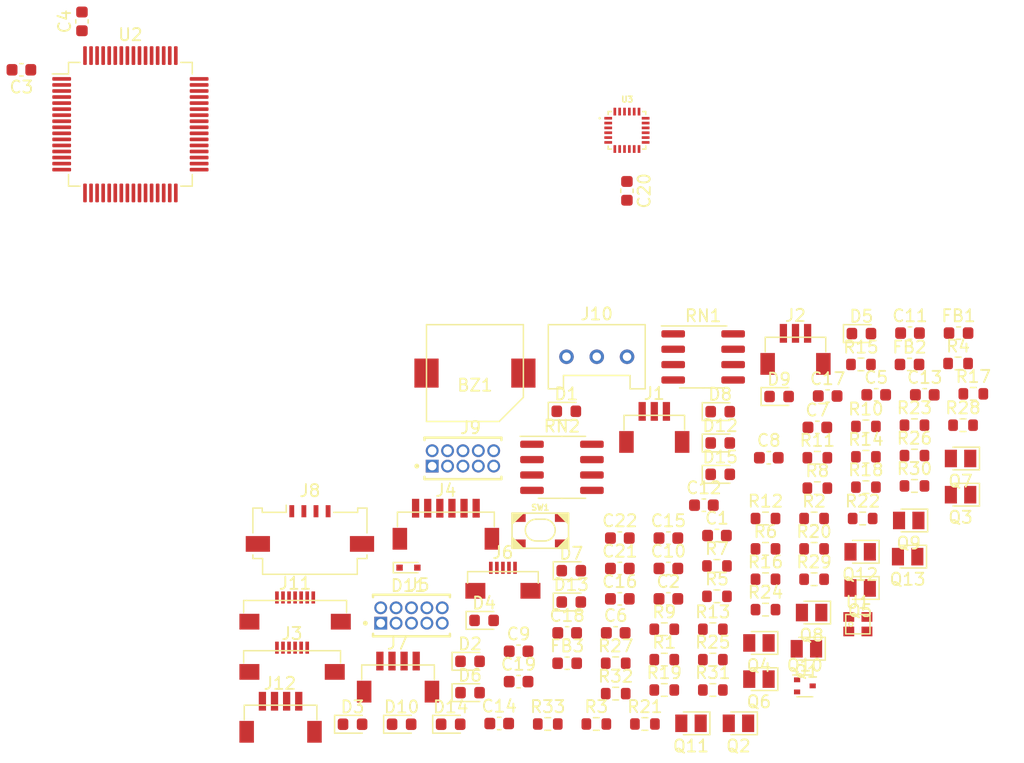
<source format=kicad_pcb>
(kicad_pcb (version 20171130) (host pcbnew "(5.1.10)-1")
  (layers (0 F.Cu signal) (31 B.Cu signal) (34 B.Paste user) (35 F.Paste user) (36 B.SilkS user) (37 F.SilkS user) (38 B.Mask user) (39 F.Mask user) (44 Edge.Cuts user))
  (net 0 "")
  (net 1 +3V3)
  (net 2 "Net-(BZ1-Pad2)")
  (net 3 GND)
  (net 4 "Net-(C7-Pad1)")
  (net 5 nRST)
  (net 6 "Net-(C11-Pad1)")
  (net 7 "Net-(C12-Pad1)")
  (net 8 +5V)
  (net 9 "Net-(C20-Pad1)")
  (net 10 "Net-(D1-Pad2)")
  (net 11 "Net-(D2-Pad2)")
  (net 12 "Net-(D3-Pad2)")
  (net 13 "Net-(D4-Pad2)")
  (net 14 "Net-(D5-Pad2)")
  (net 15 "Net-(D6-Pad2)")
  (net 16 "Net-(D7-Pad2)")
  (net 17 "Net-(D8-Pad2)")
  (net 18 "Net-(D9-Pad2)")
  (net 19 "Net-(D10-Pad2)")
  (net 20 SubSens2)
  (net 21 "Net-(D12-Pad2)")
  (net 22 SubSens1)
  (net 23 "Net-(D13-Pad2)")
  (net 24 "Net-(D14-Pad2)")
  (net 25 "Net-(D15-Pad2)")
  (net 26 "Net-(FB2-Pad1)")
  (net 27 "Net-(FB3-Pad1)")
  (net 28 "Net-(J3-Pad2)")
  (net 29 "Net-(J3-Pad3)")
  (net 30 "Net-(J3-Pad4)")
  (net 31 "Net-(J3-Pad5)")
  (net 32 SWCLK)
  (net 33 SWDIO)
  (net 34 SWO)
  (net 35 Encorder1_A)
  (net 36 Encorder1_B)
  (net 37 /LED_Red)
  (net 38 /LED_White)
  (net 39 /LED_B)
  (net 40 /LED_G)
  (net 41 /LED_R)
  (net 42 I2C_SDA)
  (net 43 I2C_SCL)
  (net 44 /DRV1_EN)
  (net 45 /DRV1_PN)
  (net 46 /DRV2_EN)
  (net 47 /DRV2_PN)
  (net 48 Encorder2_B)
  (net 49 Encorder2_A)
  (net 50 /SW2)
  (net 51 /Rotary1)
  (net 52 /Rotary8)
  (net 53 /SW1)
  (net 54 /Rotary2)
  (net 55 /Rotary4)
  (net 56 /SW3)
  (net 57 USART_TX)
  (net 58 USART_RX)
  (net 59 /Sensor01)
  (net 60 /Sensor02)
  (net 61 /Sensor03)
  (net 62 /Sensor04)
  (net 63 /Sensor05)
  (net 64 /Sensor06)
  (net 65 /Sensor07)
  (net 66 /Sensor08)
  (net 67 /Sensor09)
  (net 68 "Net-(Q10-Pad1)")
  (net 69 "Net-(Q10-Pad2)")
  (net 70 /Sensor10)
  (net 71 /Sensor11)
  (net 72 /Sensor12)
  (net 73 "Net-(R22-Pad1)")
  (net 74 "Net-(R23-Pad2)")
  (net 75 ICM_nCS)
  (net 76 ICM_MISO)
  (net 77 ICM_MOSI)
  (net 78 ICM_SCLK)
  (net 79 "Net-(U1-Pad3)")
  (module Buzzer:TE044003-4 (layer F.Cu) (at 144.45 77.060001)
    (fp_text reference BZ1 (at 0 1) (layer F.SilkS))
    (fp_text value TE044003-4)
    (pad 1 smd rect (at 4 0) (size 2 2.4) (layers F.Cu F.Paste F.Mask) (net 1 +3V3))
    (pad 2 smd rect (at -4 0) (size 2 2.4) (layers F.Cu F.Paste F.Mask) (net 2 "Net-(BZ1-Pad2)"))
  )
  (module Capacitor_SMD:C_0603_1608Metric (layer F.Cu) (at 164.435001 90.485001)
    (fp_text reference C1 (at 0 -1.43) (layer F.SilkS))
    (fp_text value 0.1u)
    (pad 1 smd roundrect (at -0.775 0) (size 0.9 0.95) (layers F.Cu F.Paste F.Mask) (net 1 +3V3))
    (pad 2 smd roundrect (at 0.775 0) (size 0.9 0.95) (layers F.Cu F.Paste F.Mask) (net 3 GND))
  )
  (module Capacitor_SMD:C_0603_1608Metric (layer F.Cu) (at 160.425001 95.715001)
    (fp_text reference C2 (at 0 -1.43) (layer F.SilkS))
    (fp_text value 0.1u)
    (pad 2 smd roundrect (at 0.775 0) (size 0.9 0.95) (layers F.Cu F.Paste F.Mask) (net 3 GND))
    (pad 1 smd roundrect (at -0.775 0) (size 0.9 0.95) (layers F.Cu F.Paste F.Mask) (net 1 +3V3))
  )
  (module Capacitor_SMD:C_0603_1608Metric (layer F.Cu) (at 107 52 180)
    (fp_text reference C3 (at 0 -1.43) (layer F.SilkS))
    (fp_text value 0.1u)
    (pad 2 smd roundrect (at 0.775 0 180) (size 0.9 0.95) (layers F.Cu F.Paste F.Mask) (net 3 GND))
    (pad 1 smd roundrect (at -0.775 0 180) (size 0.9 0.95) (layers F.Cu F.Paste F.Mask) (net 1 +3V3))
  )
  (module Capacitor_SMD:C_0603_1608Metric (layer F.Cu) (at 112 48 90)
    (fp_text reference C4 (at 0 -1.43 90) (layer F.SilkS))
    (fp_text value 0.1u)
    (pad 1 smd roundrect (at -0.775 0 90) (size 0.9 0.95) (layers F.Cu F.Paste F.Mask) (net 1 +3V3))
    (pad 2 smd roundrect (at 0.775 0 90) (size 0.9 0.95) (layers F.Cu F.Paste F.Mask) (net 3 GND))
  )
  (module Capacitor_SMD:C_0603_1608Metric (layer F.Cu) (at 177.585001 78.855001)
    (fp_text reference C5 (at 0 -1.43) (layer F.SilkS))
    (fp_text value 4.7u)
    (pad 1 smd roundrect (at -0.775 0) (size 0.9 0.95) (layers F.Cu F.Paste F.Mask) (net 1 +3V3))
    (pad 2 smd roundrect (at 0.775 0) (size 0.9 0.95) (layers F.Cu F.Paste F.Mask) (net 3 GND))
  )
  (module Capacitor_SMD:C_0603_1608Metric (layer F.Cu) (at 156.075001 98.525001)
    (fp_text reference C6 (at 0 -1.43) (layer F.SilkS))
    (fp_text value 0.1u)
    (pad 2 smd roundrect (at 0.775 0) (size 0.9 0.95) (layers F.Cu F.Paste F.Mask) (net 3 GND))
    (pad 1 smd roundrect (at -0.775 0) (size 0.9 0.95) (layers F.Cu F.Paste F.Mask) (net 1 +3V3))
  )
  (module Capacitor_SMD:C_0603_1608Metric (layer F.Cu) (at 172.725001 81.545001)
    (fp_text reference C7 (at 0 -1.43) (layer F.SilkS))
    (fp_text value 0.1u)
    (pad 1 smd roundrect (at -0.775 0) (size 0.9 0.95) (layers F.Cu F.Paste F.Mask) (net 4 "Net-(C7-Pad1)"))
    (pad 2 smd roundrect (at 0.775 0) (size 0.9 0.95) (layers F.Cu F.Paste F.Mask) (net 3 GND))
  )
  (module Capacitor_SMD:C_0603_1608Metric (layer F.Cu) (at 168.715001 84.055001)
    (fp_text reference C8 (at 0 -1.43) (layer F.SilkS))
    (fp_text value 1u)
    (pad 2 smd roundrect (at 0.775 0) (size 0.9 0.95) (layers F.Cu F.Paste F.Mask) (net 3 GND))
    (pad 1 smd roundrect (at -0.775 0) (size 0.9 0.95) (layers F.Cu F.Paste F.Mask) (net 4 "Net-(C7-Pad1)"))
  )
  (module Capacitor_SMD:C_0603_1608Metric (layer F.Cu) (at 148.055001 100.045001)
    (fp_text reference C9 (at 0 -1.43) (layer F.SilkS))
    (fp_text value 0.1u)
    (pad 2 smd roundrect (at 0.775 0) (size 0.9 0.95) (layers F.Cu F.Paste F.Mask) (net 3 GND))
    (pad 1 smd roundrect (at -0.775 0) (size 0.9 0.95) (layers F.Cu F.Paste F.Mask) (net 5 nRST))
  )
  (module Capacitor_SMD:C_0603_1608Metric (layer F.Cu) (at 160.425001 93.205001)
    (fp_text reference C10 (at 0 -1.43) (layer F.SilkS))
    (fp_text value 0.1u)
    (pad 1 smd roundrect (at -0.775 0) (size 0.9 0.95) (layers F.Cu F.Paste F.Mask) (net 1 +3V3))
    (pad 2 smd roundrect (at 0.775 0) (size 0.9 0.95) (layers F.Cu F.Paste F.Mask) (net 3 GND))
  )
  (module Capacitor_SMD:C_0603_1608Metric (layer F.Cu) (at 180.375001 73.755001)
    (fp_text reference C11 (at 0 -1.43) (layer F.SilkS))
    (fp_text value 2.2u)
    (pad 2 smd roundrect (at 0.775 0) (size 0.9 0.95) (layers F.Cu F.Paste F.Mask) (net 3 GND))
    (pad 1 smd roundrect (at -0.775 0) (size 0.9 0.95) (layers F.Cu F.Paste F.Mask) (net 6 "Net-(C11-Pad1)"))
  )
  (module Capacitor_SMD:C_0603_1608Metric (layer F.Cu) (at 163.355001 87.975001)
    (fp_text reference C12 (at 0 -1.43) (layer F.SilkS))
    (fp_text value 2.2u)
    (pad 1 smd roundrect (at -0.775 0) (size 0.9 0.95) (layers F.Cu F.Paste F.Mask) (net 7 "Net-(C12-Pad1)"))
    (pad 2 smd roundrect (at 0.775 0) (size 0.9 0.95) (layers F.Cu F.Paste F.Mask) (net 3 GND))
  )
  (module Capacitor_SMD:C_0603_1608Metric (layer F.Cu) (at 181.595001 78.855001)
    (fp_text reference C13 (at 0 -1.43) (layer F.SilkS))
    (fp_text value 0.1u)
    (pad 1 smd roundrect (at -0.775 0) (size 0.9 0.95) (layers F.Cu F.Paste F.Mask) (net 1 +3V3))
    (pad 2 smd roundrect (at 0.775 0) (size 0.9 0.95) (layers F.Cu F.Paste F.Mask) (net 3 GND))
  )
  (module Capacitor_SMD:C_0603_1608Metric (layer F.Cu) (at 146.455001 106.015001)
    (fp_text reference C14 (at 0 -1.43) (layer F.SilkS))
    (fp_text value 0.1u)
    (pad 1 smd roundrect (at -0.775 0) (size 0.9 0.95) (layers F.Cu F.Paste F.Mask) (net 8 +5V))
    (pad 2 smd roundrect (at 0.775 0) (size 0.9 0.95) (layers F.Cu F.Paste F.Mask) (net 3 GND))
  )
  (module Capacitor_SMD:C_0603_1608Metric (layer F.Cu) (at 160.425001 90.695001)
    (fp_text reference C15 (at 0 -1.43) (layer F.SilkS))
    (fp_text value 0.1u)
    (pad 1 smd roundrect (at -0.775 0) (size 0.9 0.95) (layers F.Cu F.Paste F.Mask) (net 1 +3V3))
    (pad 2 smd roundrect (at 0.775 0) (size 0.9 0.95) (layers F.Cu F.Paste F.Mask) (net 3 GND))
  )
  (module Capacitor_SMD:C_0603_1608Metric (layer F.Cu) (at 156.415001 95.715001)
    (fp_text reference C16 (at 0 -1.43) (layer F.SilkS))
    (fp_text value 0.1u)
    (pad 2 smd roundrect (at 0.775 0) (size 0.9 0.95) (layers F.Cu F.Paste F.Mask) (net 3 GND))
    (pad 1 smd roundrect (at -0.775 0) (size 0.9 0.95) (layers F.Cu F.Paste F.Mask) (net 1 +3V3))
  )
  (module Capacitor_SMD:C_0603_1608Metric (layer F.Cu) (at 173.575001 78.955001)
    (fp_text reference C17 (at 0 -1.43) (layer F.SilkS))
    (fp_text value 0.1u)
    (pad 2 smd roundrect (at 0.775 0) (size 0.9 0.95) (layers F.Cu F.Paste F.Mask) (net 3 GND))
    (pad 1 smd roundrect (at -0.775 0) (size 0.9 0.95) (layers F.Cu F.Paste F.Mask) (net 8 +5V))
  )
  (module Capacitor_SMD:C_0603_1608Metric (layer F.Cu) (at 152.065001 98.525001)
    (fp_text reference C18 (at 0 -1.43) (layer F.SilkS))
    (fp_text value 0.1u)
    (pad 2 smd roundrect (at 0.775 0) (size 0.9 0.95) (layers F.Cu F.Paste F.Mask) (net 3 GND))
    (pad 1 smd roundrect (at -0.775 0) (size 0.9 0.95) (layers F.Cu F.Paste F.Mask) (net 1 +3V3))
  )
  (module Capacitor_SMD:C_0603_1608Metric (layer F.Cu) (at 148.055001 102.555001)
    (fp_text reference C19 (at 0 -1.43) (layer F.SilkS))
    (fp_text value 0.1u)
    (pad 2 smd roundrect (at 0.775 0) (size 0.9 0.95) (layers F.Cu F.Paste F.Mask) (net 3 GND))
    (pad 1 smd roundrect (at -0.775 0) (size 0.9 0.95) (layers F.Cu F.Paste F.Mask) (net 8 +5V))
  )
  (module Capacitor_SMD:C_0603_1608Metric (layer F.Cu) (at 157 62 270)
    (fp_text reference C20 (at 0 -1.43 90) (layer F.SilkS))
    (fp_text value 0.1u)
    (pad 2 smd roundrect (at 0.775 0 270) (size 0.9 0.95) (layers F.Cu F.Paste F.Mask) (net 3 GND))
    (pad 1 smd roundrect (at -0.775 0 270) (size 0.9 0.95) (layers F.Cu F.Paste F.Mask) (net 9 "Net-(C20-Pad1)"))
  )
  (module Capacitor_SMD:C_0603_1608Metric (layer F.Cu) (at 156.415001 93.205001)
    (fp_text reference C21 (at 0 -1.43) (layer F.SilkS))
    (fp_text value 0.1u)
    (pad 1 smd roundrect (at -0.775 0) (size 0.9 0.95) (layers F.Cu F.Paste F.Mask) (net 1 +3V3))
    (pad 2 smd roundrect (at 0.775 0) (size 0.9 0.95) (layers F.Cu F.Paste F.Mask) (net 3 GND))
  )
  (module Capacitor_SMD:C_0603_1608Metric (layer F.Cu) (at 156.415001 90.695001)
    (fp_text reference C22 (at 0 -1.43) (layer F.SilkS))
    (fp_text value 0.1u)
    (pad 1 smd roundrect (at -0.775 0) (size 0.9 0.95) (layers F.Cu F.Paste F.Mask) (net 8 +5V))
    (pad 2 smd roundrect (at 0.775 0) (size 0.9 0.95) (layers F.Cu F.Paste F.Mask) (net 3 GND))
  )
  (module Diode_SMD:D_0603_1608Metric (layer F.Cu) (at 151.995001 80.215001)
    (fp_text reference D1 (at 0 -1.43) (layer F.SilkS))
    (fp_text value SIR19-21C/TR8)
    (pad 1 smd roundrect (at -0.7875 0) (size 0.875 0.95) (layers F.Cu F.Paste F.Mask) (net 3 GND))
    (pad 2 smd roundrect (at 0.7875 0) (size 0.875 0.95) (layers F.Cu F.Paste F.Mask) (net 10 "Net-(D1-Pad2)"))
  )
  (module Diode_SMD:D_0603_1608Metric (layer F.Cu) (at 144.045001 100.875001)
    (fp_text reference D2 (at 0 -1.43) (layer F.SilkS))
    (fp_text value SIR19-21C/TR8)
    (pad 2 smd roundrect (at 0.7875 0) (size 0.875 0.95) (layers F.Cu F.Paste F.Mask) (net 11 "Net-(D2-Pad2)"))
    (pad 1 smd roundrect (at -0.7875 0) (size 0.875 0.95) (layers F.Cu F.Paste F.Mask) (net 3 GND))
  )
  (module Diode_SMD:D_0603_1608Metric (layer F.Cu) (at 134.345001 106.075001)
    (fp_text reference D3 (at 0 -1.43) (layer F.SilkS))
    (fp_text value SIR19-21C/TR8)
    (pad 2 smd roundrect (at 0.7875 0) (size 0.875 0.95) (layers F.Cu F.Paste F.Mask) (net 12 "Net-(D3-Pad2)"))
    (pad 1 smd roundrect (at -0.7875 0) (size 0.875 0.95) (layers F.Cu F.Paste F.Mask) (net 3 GND))
  )
  (module Diode_SMD:D_0603_1608Metric (layer F.Cu) (at 145.205001 97.495001)
    (fp_text reference D4 (at 0 -1.43) (layer F.SilkS))
    (fp_text value SIR19-21C/TR8)
    (pad 1 smd roundrect (at -0.7875 0) (size 0.875 0.95) (layers F.Cu F.Paste F.Mask) (net 3 GND))
    (pad 2 smd roundrect (at 0.7875 0) (size 0.875 0.95) (layers F.Cu F.Paste F.Mask) (net 13 "Net-(D4-Pad2)"))
  )
  (module Diode_SMD:D_0603_1608Metric (layer F.Cu) (at 176.365001 73.795001)
    (fp_text reference D5 (at 0 -1.43) (layer F.SilkS))
    (fp_text value SIR19-21C/TR8)
    (pad 2 smd roundrect (at 0.7875 0) (size 0.875 0.95) (layers F.Cu F.Paste F.Mask) (net 14 "Net-(D5-Pad2)"))
    (pad 1 smd roundrect (at -0.7875 0) (size 0.875 0.95) (layers F.Cu F.Paste F.Mask) (net 3 GND))
  )
  (module Diode_SMD:D_0603_1608Metric (layer F.Cu) (at 144.045001 103.465001)
    (fp_text reference D6 (at 0 -1.43) (layer F.SilkS))
    (fp_text value SIR19-21C/TR8)
    (pad 2 smd roundrect (at 0.7875 0) (size 0.875 0.95) (layers F.Cu F.Paste F.Mask) (net 15 "Net-(D6-Pad2)"))
    (pad 1 smd roundrect (at -0.7875 0) (size 0.875 0.95) (layers F.Cu F.Paste F.Mask) (net 3 GND))
  )
  (module Diode_SMD:D_0603_1608Metric (layer F.Cu) (at 152.405001 93.385001)
    (fp_text reference D7 (at 0 -1.43) (layer F.SilkS))
    (fp_text value SIR19-21C/TR8)
    (pad 1 smd roundrect (at -0.7875 0) (size 0.875 0.95) (layers F.Cu F.Paste F.Mask) (net 3 GND))
    (pad 2 smd roundrect (at 0.7875 0) (size 0.875 0.95) (layers F.Cu F.Paste F.Mask) (net 16 "Net-(D7-Pad2)"))
  )
  (module Diode_SMD:D_0603_1608Metric (layer F.Cu) (at 164.705001 80.245001)
    (fp_text reference D8 (at 0 -1.43) (layer F.SilkS))
    (fp_text value SIR19-21C/TR8)
    (pad 1 smd roundrect (at -0.7875 0) (size 0.875 0.95) (layers F.Cu F.Paste F.Mask) (net 3 GND))
    (pad 2 smd roundrect (at 0.7875 0) (size 0.875 0.95) (layers F.Cu F.Paste F.Mask) (net 17 "Net-(D8-Pad2)"))
  )
  (module Diode_SMD:D_0603_1608Metric (layer F.Cu) (at 169.565001 78.995001)
    (fp_text reference D9 (at 0 -1.43) (layer F.SilkS))
    (fp_text value SIR19-21C/TR8)
    (pad 1 smd roundrect (at -0.7875 0) (size 0.875 0.95) (layers F.Cu F.Paste F.Mask) (net 3 GND))
    (pad 2 smd roundrect (at 0.7875 0) (size 0.875 0.95) (layers F.Cu F.Paste F.Mask) (net 18 "Net-(D9-Pad2)"))
  )
  (module Diode_SMD:D_0603_1608Metric (layer F.Cu) (at 138.395001 106.075001)
    (fp_text reference D10 (at 0 -1.43) (layer F.SilkS))
    (fp_text value SMLEN3WBC8W1)
    (pad 2 smd roundrect (at 0.7875 0) (size 0.875 0.95) (layers F.Cu F.Paste F.Mask) (net 19 "Net-(D10-Pad2)"))
    (pad 1 smd roundrect (at -0.7875 0) (size 0.875 0.95) (layers F.Cu F.Paste F.Mask) (net 20 SubSens2))
  )
  (module original:SOD-523 (layer F.Cu) (at 138.960001 93.135001)
    (fp_text reference D11 (at 0 1.4875) (layer F.SilkS))
    (fp_text value RB751S40-AU_R1_000A1)
    (pad 1 smd rect (at 0.735 0) (size 0.53 0.5) (layers F.Cu F.Paste F.Mask) (net 1 +3V3))
    (pad 2 smd rect (at -0.735 0) (size 0.53 0.5) (layers F.Cu F.Paste F.Mask) (net 2 "Net-(BZ1-Pad2)"))
  )
  (module Diode_SMD:D_0603_1608Metric (layer F.Cu) (at 164.705001 82.835001)
    (fp_text reference D12 (at 0 -1.43) (layer F.SilkS))
    (fp_text value SMLEN3WBC8W1)
    (pad 2 smd roundrect (at 0.7875 0) (size 0.875 0.95) (layers F.Cu F.Paste F.Mask) (net 21 "Net-(D12-Pad2)"))
    (pad 1 smd roundrect (at -0.7875 0) (size 0.875 0.95) (layers F.Cu F.Paste F.Mask) (net 22 SubSens1))
  )
  (module Diode_SMD:D_0603_1608Metric (layer F.Cu) (at 152.405001 95.975001)
    (fp_text reference D13 (at 0 -1.43) (layer F.SilkS))
    (fp_text value SIR19-21C/TR8)
    (pad 1 smd roundrect (at -0.7875 0) (size 0.875 0.95) (layers F.Cu F.Paste F.Mask) (net 3 GND))
    (pad 2 smd roundrect (at 0.7875 0) (size 0.875 0.95) (layers F.Cu F.Paste F.Mask) (net 23 "Net-(D13-Pad2)"))
  )
  (module Diode_SMD:D_0603_1608Metric (layer F.Cu) (at 142.445001 106.075001)
    (fp_text reference D14 (at 0 -1.43) (layer F.SilkS))
    (fp_text value SIR19-21C/TR8)
    (pad 1 smd roundrect (at -0.7875 0) (size 0.875 0.95) (layers F.Cu F.Paste F.Mask) (net 3 GND))
    (pad 2 smd roundrect (at 0.7875 0) (size 0.875 0.95) (layers F.Cu F.Paste F.Mask) (net 24 "Net-(D14-Pad2)"))
  )
  (module Diode_SMD:D_0603_1608Metric (layer F.Cu) (at 164.705001 85.425001)
    (fp_text reference D15 (at 0 -1.43) (layer F.SilkS))
    (fp_text value SIR19-21C/TR8)
    (pad 2 smd roundrect (at 0.7875 0) (size 0.875 0.95) (layers F.Cu F.Paste F.Mask) (net 25 "Net-(D15-Pad2)"))
    (pad 1 smd roundrect (at -0.7875 0) (size 0.875 0.95) (layers F.Cu F.Paste F.Mask) (net 3 GND))
  )
  (module Inductor_SMD:L_0603_1608Metric (layer F.Cu) (at 184.385001 73.755001)
    (fp_text reference FB1 (at 0 -1.43) (layer F.SilkS))
    (fp_text value 470)
    (pad 1 smd roundrect (at -0.7875 0) (size 0.875 0.95) (layers F.Cu F.Paste F.Mask) (net 1 +3V3))
    (pad 2 smd roundrect (at 0.7875 0) (size 0.875 0.95) (layers F.Cu F.Paste F.Mask) (net 4 "Net-(C7-Pad1)"))
  )
  (module Inductor_SMD:L_0603_1608Metric (layer F.Cu) (at 180.335001 76.345001)
    (fp_text reference FB2 (at 0 -1.43) (layer F.SilkS))
    (fp_text value 470)
    (pad 1 smd roundrect (at -0.7875 0) (size 0.875 0.95) (layers F.Cu F.Paste F.Mask) (net 26 "Net-(FB2-Pad1)"))
    (pad 2 smd roundrect (at 0.7875 0) (size 0.875 0.95) (layers F.Cu F.Paste F.Mask) (net 8 +5V))
  )
  (module Inductor_SMD:L_0603_1608Metric (layer F.Cu) (at 152.065001 101.035001)
    (fp_text reference FB3 (at 0 -1.43) (layer F.SilkS))
    (fp_text value 470)
    (pad 2 smd roundrect (at 0.7875 0) (size 0.875 0.95) (layers F.Cu F.Paste F.Mask) (net 1 +3V3))
    (pad 1 smd roundrect (at -0.7875 0) (size 0.875 0.95) (layers F.Cu F.Paste F.Mask) (net 27 "Net-(FB3-Pad1)"))
  )
  (module SH:SH_01x03 (layer F.Cu) (at 159.26 82.75)
    (fp_text reference J1 (at 0 -4) (layer F.SilkS))
    (fp_text value SH3)
    (pad 3 smd rect (at 1 -2.525) (size 0.6 1.55) (layers F.Cu F.Paste F.Mask) (net 3 GND))
    (pad 1 smd rect (at -1 -2.525) (size 0.6 1.55) (layers F.Cu F.Paste F.Mask) (net 8 +5V))
    (pad 2 smd rect (at 0 -2.525) (size 0.6 1.55) (layers F.Cu F.Paste F.Mask) (net 20 SubSens2))
    (pad MP smd rect (at -2.3 0) (size 1.2 1.8) (layers F.Cu F.Paste F.Mask))
    (pad MP smd rect (at 2.3 0) (size 1.2 1.8) (layers F.Cu F.Paste F.Mask))
  )
  (module SH:SH_01x03 (layer F.Cu) (at 170.92 76.3)
    (fp_text reference J2 (at 0 -4) (layer F.SilkS))
    (fp_text value SH3)
    (pad MP smd rect (at 2.3 0) (size 1.2 1.8) (layers F.Cu F.Paste F.Mask))
    (pad MP smd rect (at -2.3 0) (size 1.2 1.8) (layers F.Cu F.Paste F.Mask))
    (pad 2 smd rect (at 0 -2.525) (size 0.6 1.55) (layers F.Cu F.Paste F.Mask) (net 22 SubSens1))
    (pad 1 smd rect (at -1 -2.525) (size 0.6 1.55) (layers F.Cu F.Paste F.Mask) (net 8 +5V))
    (pad 3 smd rect (at 1 -2.525) (size 0.6 1.55) (layers F.Cu F.Paste F.Mask) (net 3 GND))
  )
  (module FFC:Molex_0545480671_01x06_P0.5mm (layer F.Cu) (at 129.35 101.75)
    (fp_text reference J3 (at 0 -3.16667) (layer F.SilkS))
    (fp_text value FFC6)
    (pad MP smd rect (at -3.525 0) (size 1.65 1.3) (layers F.Cu F.Paste F.Mask))
    (pad MP smd rect (at 3.525 0) (size 1.65 1.3) (layers F.Cu F.Paste F.Mask))
    (pad 1 smd rect (at -1.25 -2 90) (size 1 0.3) (layers F.Cu F.Paste F.Mask) (net 3 GND))
    (pad 2 smd rect (at -0.75 -2 90) (size 1 0.3) (layers F.Cu F.Paste F.Mask) (net 28 "Net-(J3-Pad2)"))
    (pad 3 smd rect (at -0.25 -2 90) (size 1 0.3) (layers F.Cu F.Paste F.Mask) (net 29 "Net-(J3-Pad3)"))
    (pad 4 smd rect (at 0.25 -2 90) (size 1 0.3) (layers F.Cu F.Paste F.Mask) (net 30 "Net-(J3-Pad4)"))
    (pad 5 smd rect (at 0.75 -2 90) (size 1 0.3) (layers F.Cu F.Paste F.Mask) (net 31 "Net-(J3-Pad5)"))
    (pad 6 smd rect (at 1.25 -2 90) (size 1 0.3) (layers F.Cu F.Paste F.Mask) (net 1 +3V3))
  )
  (module SH:SH_01x06 (layer F.Cu) (at 142.05 90.75)
    (fp_text reference J4 (at 0 -4) (layer F.SilkS))
    (fp_text value SH6)
    (pad 2 smd rect (at -1.5 -2.525) (size 0.6 1.55) (layers F.Cu F.Paste F.Mask) (net 32 SWCLK))
    (pad MP smd rect (at 3.8 0) (size 1.2 1.8) (layers F.Cu F.Paste F.Mask))
    (pad 1 smd rect (at -2.5 -2.525) (size 0.6 1.55) (layers F.Cu F.Paste F.Mask) (net 1 +3V3))
    (pad 3 smd rect (at -0.5 -2.525) (size 0.6 1.55) (layers F.Cu F.Paste F.Mask) (net 3 GND))
    (pad MP smd rect (at -3.8 0) (size 1.2 1.8) (layers F.Cu F.Paste F.Mask))
    (pad 4 smd rect (at 0.5 -2.525) (size 0.6 1.55) (layers F.Cu F.Paste F.Mask) (net 33 SWDIO))
    (pad 5 smd rect (at 1.5 -2.525) (size 0.6 1.55) (layers F.Cu F.Paste F.Mask) (net 5 nRST))
    (pad 6 smd rect (at 2.5 -2.525) (size 0.6 1.55) (layers F.Cu F.Paste F.Mask) (net 34 SWO))
  )
  (module FTSH:SAMTEC_FTSH-105-01-L-D-K (layer F.Cu) (at 139.210001 97.090001)
    (fp_text reference J5 (at 0.635 -2.54) (layer F.SilkS))
    (fp_text value FTSH2x5)
    (pad 1 thru_hole rect (at -2.54 0.635) (size 1.06 1.06) (drill 0.71) (layers *.Cu *.Mask))
    (pad 2 thru_hole circle (at -2.54 -0.635) (size 1.06 1.06) (drill 0.71) (layers *.Cu *.Mask) (net 8 +5V))
    (pad 3 thru_hole circle (at -1.27 0.635) (size 1.06 1.06) (drill 0.71) (layers *.Cu *.Mask) (net 3 GND))
    (pad 4 thru_hole circle (at -1.27 -0.635) (size 1.06 1.06) (drill 0.71) (layers *.Cu *.Mask))
    (pad 5 thru_hole circle (at 0 0.635) (size 1.06 1.06) (drill 0.71) (layers *.Cu *.Mask))
    (pad 6 thru_hole circle (at 0 -0.635) (size 1.06 1.06) (drill 0.71) (layers *.Cu *.Mask) (net 35 Encorder1_A))
    (pad 7 thru_hole circle (at 1.27 0.635) (size 1.06 1.06) (drill 0.71) (layers *.Cu *.Mask))
    (pad 8 thru_hole circle (at 1.27 -0.635) (size 1.06 1.06) (drill 0.71) (layers *.Cu *.Mask) (net 36 Encorder1_B))
    (pad 9 thru_hole circle (at 2.54 0.635) (size 1.06 1.06) (drill 0.71) (layers *.Cu *.Mask))
    (pad 10 thru_hole circle (at 2.54 -0.635) (size 1.06 1.06) (drill 0.71) (layers *.Cu *.Mask))
  )
  (module FFC:Molex_0545480571_01x05_P0.5mm (layer F.Cu) (at 146.76 95.05)
    (fp_text reference J6 (at 0 -3.16667) (layer F.SilkS))
    (fp_text value FFC5)
    (pad MP smd rect (at -2.275 0) (size 1.65 1.3) (layers F.Cu F.Paste F.Mask))
    (pad MP smd rect (at 2.275 0) (size 1.65 1.3) (layers F.Cu F.Paste F.Mask))
    (pad 1 smd rect (at -1 -1.9) (size 0.3 1) (layers F.Cu F.Paste F.Mask) (net 37 /LED_Red))
    (pad 2 smd rect (at -0.5 -1.9) (size 0.3 1) (layers F.Cu F.Paste F.Mask) (net 38 /LED_White))
    (pad 3 smd rect (at 0 -1.9) (size 0.3 1) (layers F.Cu F.Paste F.Mask) (net 39 /LED_B))
    (pad 4 smd rect (at 0.5 -1.9) (size 0.3 1) (layers F.Cu F.Paste F.Mask) (net 40 /LED_G))
    (pad 5 smd rect (at 1 -1.9) (size 0.3 1) (layers F.Cu F.Paste F.Mask) (net 41 /LED_R))
  )
  (module SH:SH_01x04 (layer F.Cu) (at 138.1 103.38)
    (fp_text reference J7 (at -0.05 -4) (layer F.SilkS))
    (fp_text value SH4)
    (pad 4 smd rect (at 1.5 -2.525) (size 0.6 1.55) (layers F.Cu F.Paste F.Mask) (net 3 GND))
    (pad 1 smd rect (at -1.5 -2.525) (size 0.6 1.55) (layers F.Cu F.Paste F.Mask) (net 1 +3V3))
    (pad 3 smd rect (at 0.5 -2.525) (size 0.6 1.55) (layers F.Cu F.Paste F.Mask) (net 42 I2C_SDA))
    (pad 2 smd rect (at -0.5 -2.525) (size 0.6 1.55) (layers F.Cu F.Paste F.Mask) (net 43 I2C_SCL))
    (pad MP smd rect (at -2.8 0) (size 1.2 1.8) (layers F.Cu F.Paste F.Mask))
    (pad MP smd rect (at 2.8 0) (size 1.2 1.8) (layers F.Cu F.Paste F.Mask))
  )
  (module Connector_FFC-FPC:Molex_200528-0040_1x04-1MP_P1.00mm_Horizontal (layer F.Cu) (at 130.825001 89.385001)
    (fp_text reference J8 (at 0 -2.61) (layer F.SilkS))
    (fp_text value FFC4)
    (pad MP smd rect (at -4.3 1.79) (size 2 1.3) (layers F.Cu F.Paste F.Mask))
    (pad MP smd rect (at 4.3 1.79) (size 2 1.3) (layers F.Cu F.Paste F.Mask))
    (pad 1 smd rect (at -1.5 -0.91) (size 0.4 1) (layers F.Cu F.Paste F.Mask) (net 44 /DRV1_EN))
    (pad 2 smd rect (at -0.5 -0.91) (size 0.4 1) (layers F.Cu F.Paste F.Mask) (net 45 /DRV1_PN))
    (pad 3 smd rect (at 0.5 -0.91) (size 0.4 1) (layers F.Cu F.Paste F.Mask) (net 46 /DRV2_EN))
    (pad 4 smd rect (at 1.5 -0.91) (size 0.4 1) (layers F.Cu F.Paste F.Mask) (net 47 /DRV2_PN))
  )
  (module FTSH:SAMTEC_FTSH-105-01-L-D-K (layer F.Cu) (at 143.460001 84.110001)
    (fp_text reference J9 (at 0.635 -2.54) (layer F.SilkS))
    (fp_text value FTSH2x5)
    (pad 10 thru_hole circle (at 2.54 -0.635) (size 1.06 1.06) (drill 0.71) (layers *.Cu *.Mask))
    (pad 9 thru_hole circle (at 2.54 0.635) (size 1.06 1.06) (drill 0.71) (layers *.Cu *.Mask))
    (pad 8 thru_hole circle (at 1.27 -0.635) (size 1.06 1.06) (drill 0.71) (layers *.Cu *.Mask) (net 48 Encorder2_B))
    (pad 7 thru_hole circle (at 1.27 0.635) (size 1.06 1.06) (drill 0.71) (layers *.Cu *.Mask))
    (pad 6 thru_hole circle (at 0 -0.635) (size 1.06 1.06) (drill 0.71) (layers *.Cu *.Mask) (net 49 Encorder2_A))
    (pad 5 thru_hole circle (at 0 0.635) (size 1.06 1.06) (drill 0.71) (layers *.Cu *.Mask))
    (pad 4 thru_hole circle (at -1.27 -0.635) (size 1.06 1.06) (drill 0.71) (layers *.Cu *.Mask))
    (pad 3 thru_hole circle (at -1.27 0.635) (size 1.06 1.06) (drill 0.71) (layers *.Cu *.Mask) (net 3 GND))
    (pad 2 thru_hole circle (at -2.54 -0.635) (size 1.06 1.06) (drill 0.71) (layers *.Cu *.Mask) (net 8 +5V))
    (pad 1 thru_hole rect (at -2.54 0.635) (size 1.06 1.06) (drill 0.71) (layers *.Cu *.Mask))
  )
  (module PA:PA_01x03 (layer F.Cu) (at 154.510001 75.710001)
    (fp_text reference J10 (at 0 -3.533328) (layer F.SilkS))
    (fp_text value PA3)
    (pad 1 thru_hole circle (at 2.5 0) (size 1.2 1.2) (drill 0.7) (layers *.Cu *.Mask) (net 26 "Net-(FB2-Pad1)"))
    (pad 2 thru_hole circle (at 0 0) (size 1.2 1.2) (drill 0.7) (layers *.Cu *.Mask) (net 27 "Net-(FB3-Pad1)"))
    (pad 3 thru_hole circle (at -2.5 0) (size 1.2 1.2) (drill 0.7) (layers *.Cu *.Mask) (net 3 GND))
  )
  (module FFC:Molex_0545480771_01x07_P0.5mm (layer F.Cu) (at 129.6 97.6)
    (fp_text reference J11 (at 0 -3.16667) (layer F.SilkS))
    (fp_text value FFC7)
    (pad 6 smd rect (at 1 -2 90) (size 1 0.3) (layers F.Cu F.Paste F.Mask) (net 50 /SW2))
    (pad 1 smd rect (at -1.5 -2 90) (size 1 0.3) (layers F.Cu F.Paste F.Mask) (net 51 /Rotary1))
    (pad 4 smd rect (at 0 -2 90) (size 1 0.3) (layers F.Cu F.Paste F.Mask) (net 52 /Rotary8))
    (pad 5 smd rect (at 0.5 -2 90) (size 1 0.3) (layers F.Cu F.Paste F.Mask) (net 53 /SW1))
    (pad MP smd rect (at 3.775 0) (size 1.65 1.3) (layers F.Cu F.Paste F.Mask))
    (pad MP smd rect (at -3.775 0) (size 1.65 1.3) (layers F.Cu F.Paste F.Mask))
    (pad 2 smd rect (at -1 -2 90) (size 1 0.3) (layers F.Cu F.Paste F.Mask) (net 54 /Rotary2))
    (pad 3 smd rect (at -0.5 -2 90) (size 1 0.3) (layers F.Cu F.Paste F.Mask) (net 55 /Rotary4))
    (pad 7 smd rect (at 1.5 -2) (size 0.3 1) (layers F.Cu F.Paste F.Mask) (net 56 /SW3))
  )
  (module SH:SH_01x04 (layer F.Cu) (at 128.4 106.7)
    (fp_text reference J12 (at -0.05 -4) (layer F.SilkS))
    (fp_text value SH4)
    (pad MP smd rect (at 2.8 0) (size 1.2 1.8) (layers F.Cu F.Paste F.Mask))
    (pad MP smd rect (at -2.8 0) (size 1.2 1.8) (layers F.Cu F.Paste F.Mask))
    (pad 2 smd rect (at -0.5 -2.525) (size 0.6 1.55) (layers F.Cu F.Paste F.Mask) (net 3 GND))
    (pad 3 smd rect (at 0.5 -2.525) (size 0.6 1.55) (layers F.Cu F.Paste F.Mask) (net 57 USART_TX))
    (pad 1 smd rect (at -1.5 -2.525) (size 0.6 1.55) (layers F.Cu F.Paste F.Mask) (net 8 +5V))
    (pad 4 smd rect (at 1.5 -2.525) (size 0.6 1.55) (layers F.Cu F.Paste F.Mask) (net 58 USART_RX))
  )
  (module TEMT7100X01:TEMT7100X01 (layer F.Cu) (at 171.82 99.837501)
    (fp_text reference Q1 (at 0 1.875) (layer F.SilkS))
    (fp_text value TEMT7100X01)
    (pad 1 smd rect (at -0.8 0) (size 1 1.45) (layers F.Cu F.Paste F.Mask) (net 59 /Sensor01))
    (pad 2 smd rect (at 0.8 0) (size 1 1.45) (layers F.Cu F.Paste F.Mask) (net 3 GND))
  )
  (module TEMT7100X01:TEMT7100X01 (layer F.Cu) (at 166.21 105.997501)
    (fp_text reference Q2 (at 0 1.875) (layer F.SilkS))
    (fp_text value TEMT7100X01)
    (pad 2 smd rect (at 0.8 0) (size 1 1.45) (layers F.Cu F.Paste F.Mask) (net 3 GND))
    (pad 1 smd rect (at -0.8 0) (size 1 1.45) (layers F.Cu F.Paste F.Mask) (net 60 /Sensor02))
  )
  (module TEMT7100X01:TEMT7100X01 (layer F.Cu) (at 184.55 87.107501)
    (fp_text reference Q3 (at 0 1.875) (layer F.SilkS))
    (fp_text value TEMT7100X01)
    (pad 1 smd rect (at -0.8 0) (size 1 1.45) (layers F.Cu F.Paste F.Mask) (net 61 /Sensor03))
    (pad 2 smd rect (at 0.8 0) (size 1 1.45) (layers F.Cu F.Paste F.Mask) (net 3 GND))
  )
  (module TEMT7100X01:TEMT7100X01 (layer F.Cu) (at 167.9 99.357501)
    (fp_text reference Q4 (at 0 1.875) (layer F.SilkS))
    (fp_text value TEMT7100X01)
    (pad 2 smd rect (at 0.8 0) (size 1 1.45) (layers F.Cu F.Paste F.Mask) (net 3 GND))
    (pad 1 smd rect (at -0.8 0) (size 1 1.45) (layers F.Cu F.Paste F.Mask) (net 62 /Sensor04))
  )
  (module TEMT7100X01:TEMT7100X01 (layer F.Cu) (at 176.26 94.817501)
    (fp_text reference Q5 (at 0 1.875) (layer F.SilkS))
    (fp_text value TEMT7100X01)
    (pad 1 smd rect (at -0.8 0) (size 1 1.45) (layers F.Cu F.Paste F.Mask) (net 63 /Sensor05))
    (pad 2 smd rect (at 0.8 0) (size 1 1.45) (layers F.Cu F.Paste F.Mask) (net 3 GND))
  )
  (module TEMT7100X01:TEMT7100X01 (layer F.Cu) (at 167.9 102.347501)
    (fp_text reference Q6 (at 0 1.875) (layer F.SilkS))
    (fp_text value TEMT7100X01)
    (pad 2 smd rect (at 0.8 0) (size 1 1.45) (layers F.Cu F.Paste F.Mask) (net 3 GND))
    (pad 1 smd rect (at -0.8 0) (size 1 1.45) (layers F.Cu F.Paste F.Mask) (net 64 /Sensor06))
  )
  (module TEMT7100X01:TEMT7100X01 (layer F.Cu) (at 184.55 84.117501)
    (fp_text reference Q7 (at 0 1.875) (layer F.SilkS))
    (fp_text value TEMT7100X01)
    (pad 1 smd rect (at -0.8 0) (size 1 1.45) (layers F.Cu F.Paste F.Mask) (net 65 /Sensor07))
    (pad 2 smd rect (at 0.8 0) (size 1 1.45) (layers F.Cu F.Paste F.Mask) (net 3 GND))
  )
  (module TEMT7100X01:TEMT7100X01 (layer F.Cu) (at 172.25 96.847501)
    (fp_text reference Q8 (at 0 1.875) (layer F.SilkS))
    (fp_text value TEMT7100X01)
    (pad 2 smd rect (at 0.8 0) (size 1 1.45) (layers F.Cu F.Paste F.Mask) (net 3 GND))
    (pad 1 smd rect (at -0.8 0) (size 1 1.45) (layers F.Cu F.Paste F.Mask) (net 66 /Sensor08))
  )
  (module TEMT7100X01:TEMT7100X01 (layer F.Cu) (at 180.27 89.237501)
    (fp_text reference Q9 (at 0 1.875) (layer F.SilkS))
    (fp_text value TEMT7100X01)
    (pad 1 smd rect (at -0.8 0) (size 1 1.45) (layers F.Cu F.Paste F.Mask) (net 67 /Sensor09))
    (pad 2 smd rect (at 0.8 0) (size 1 1.45) (layers F.Cu F.Paste F.Mask) (net 3 GND))
  )
  (module Package_TO_SOT_SMD:SOT-523 (layer F.Cu) (at 171.695001 102.905001)
    (fp_text reference Q10 (at 0 -1.7) (layer F.SilkS))
    (fp_text value 2N7002T)
    (pad 1 smd rect (at -0.645 -0.5 180) (size 0.51 0.4) (layers F.Cu F.Paste F.Mask) (net 68 "Net-(Q10-Pad1)"))
    (pad 3 smd rect (at 0.645 0 180) (size 0.51 0.4) (layers F.Cu F.Paste F.Mask) (net 2 "Net-(BZ1-Pad2)"))
    (pad 2 smd rect (at -0.645 0.5 180) (size 0.51 0.4) (layers F.Cu F.Paste F.Mask) (net 69 "Net-(Q10-Pad2)"))
  )
  (module TEMT7100X01:TEMT7100X01 (layer F.Cu) (at 162.29 105.997501)
    (fp_text reference Q11 (at 0 1.875) (layer F.SilkS))
    (fp_text value TEMT7100X01)
    (pad 2 smd rect (at 0.8 0) (size 1 1.45) (layers F.Cu F.Paste F.Mask) (net 3 GND))
    (pad 1 smd rect (at -0.8 0) (size 1 1.45) (layers F.Cu F.Paste F.Mask) (net 70 /Sensor10))
  )
  (module TEMT7100X01:TEMT7100X01 (layer F.Cu) (at 176.26 91.827501)
    (fp_text reference Q12 (at 0 1.875) (layer F.SilkS))
    (fp_text value TEMT7100X01)
    (pad 1 smd rect (at -0.8 0) (size 1 1.45) (layers F.Cu F.Paste F.Mask) (net 71 /Sensor11))
    (pad 2 smd rect (at 0.8 0) (size 1 1.45) (layers F.Cu F.Paste F.Mask) (net 3 GND))
  )
  (module TEMT7100X01:TEMT7100X01 (layer F.Cu) (at 180.18 92.227501)
    (fp_text reference Q13 (at 0 1.875) (layer F.SilkS))
    (fp_text value TEMT7100X01)
    (pad 2 smd rect (at 0.8 0) (size 1 1.45) (layers F.Cu F.Paste F.Mask) (net 3 GND))
    (pad 1 smd rect (at -0.8 0) (size 1 1.45) (layers F.Cu F.Paste F.Mask) (net 72 /Sensor12))
  )
  (module Resistor_SMD:R_0603_1608Metric (layer F.Cu) (at 160.085001 100.735001)
    (fp_text reference R1 (at 0 -1.43) (layer F.SilkS))
    (fp_text value 100)
    (pad 2 smd roundrect (at 0.825 0) (size 0.8 0.95) (layers F.Cu F.Paste F.Mask) (net 10 "Net-(D1-Pad2)"))
    (pad 1 smd roundrect (at -0.825 0) (size 0.8 0.95) (layers F.Cu F.Paste F.Mask) (net 1 +3V3))
  )
  (module Resistor_SMD:R_0603_1608Metric (layer F.Cu) (at 172.455001 89.075001)
    (fp_text reference R2 (at 0 -1.43) (layer F.SilkS))
    (fp_text value 10k)
    (pad 2 smd roundrect (at 0.825 0) (size 0.8 0.95) (layers F.Cu F.Paste F.Mask) (net 59 /Sensor01))
    (pad 1 smd roundrect (at -0.825 0) (size 0.8 0.95) (layers F.Cu F.Paste F.Mask) (net 1 +3V3))
  )
  (module Resistor_SMD:R_0603_1608Metric (layer F.Cu) (at 154.475001 106.055001)
    (fp_text reference R3 (at 0 -1.43) (layer F.SilkS))
    (fp_text value 100)
    (pad 1 smd roundrect (at -0.825 0) (size 0.8 0.95) (layers F.Cu F.Paste F.Mask) (net 1 +3V3))
    (pad 2 smd roundrect (at 0.825 0) (size 0.8 0.95) (layers F.Cu F.Paste F.Mask) (net 11 "Net-(D2-Pad2)"))
  )
  (module Resistor_SMD:R_0603_1608Metric (layer F.Cu) (at 184.345001 76.265001)
    (fp_text reference R4 (at 0 -1.43) (layer F.SilkS))
    (fp_text value 10k)
    (pad 2 smd roundrect (at 0.825 0) (size 0.8 0.95) (layers F.Cu F.Paste F.Mask) (net 60 /Sensor02))
    (pad 1 smd roundrect (at -0.825 0) (size 0.8 0.95) (layers F.Cu F.Paste F.Mask) (net 1 +3V3))
  )
  (module Resistor_SMD:R_0603_1608Metric (layer F.Cu) (at 164.435001 95.505001)
    (fp_text reference R5 (at 0 -1.43) (layer F.SilkS))
    (fp_text value 100)
    (pad 1 smd roundrect (at -0.825 0) (size 0.8 0.95) (layers F.Cu F.Paste F.Mask) (net 1 +3V3))
    (pad 2 smd roundrect (at 0.825 0) (size 0.8 0.95) (layers F.Cu F.Paste F.Mask) (net 12 "Net-(D3-Pad2)"))
  )
  (module Resistor_SMD:R_0603_1608Metric (layer F.Cu) (at 168.445001 91.585001)
    (fp_text reference R6 (at 0 -1.43) (layer F.SilkS))
    (fp_text value 10k)
    (pad 1 smd roundrect (at -0.825 0) (size 0.8 0.95) (layers F.Cu F.Paste F.Mask) (net 1 +3V3))
    (pad 2 smd roundrect (at 0.825 0) (size 0.8 0.95) (layers F.Cu F.Paste F.Mask) (net 61 /Sensor03))
  )
  (module Resistor_SMD:R_0603_1608Metric (layer F.Cu) (at 164.435001 92.995001)
    (fp_text reference R7 (at 0 -1.43) (layer F.SilkS))
    (fp_text value 100)
    (pad 1 smd roundrect (at -0.825 0) (size 0.8 0.95) (layers F.Cu F.Paste F.Mask) (net 1 +3V3))
    (pad 2 smd roundrect (at 0.825 0) (size 0.8 0.95) (layers F.Cu F.Paste F.Mask) (net 13 "Net-(D4-Pad2)"))
  )
  (module Resistor_SMD:R_0603_1608Metric (layer F.Cu) (at 172.725001 86.565001)
    (fp_text reference R8 (at 0 -1.43) (layer F.SilkS))
    (fp_text value 10k)
    (pad 1 smd roundrect (at -0.825 0) (size 0.8 0.95) (layers F.Cu F.Paste F.Mask) (net 1 +3V3))
    (pad 2 smd roundrect (at 0.825 0) (size 0.8 0.95) (layers F.Cu F.Paste F.Mask) (net 62 /Sensor04))
  )
  (module Resistor_SMD:R_0603_1608Metric (layer F.Cu) (at 160.085001 98.225001)
    (fp_text reference R9 (at 0 -1.43) (layer F.SilkS))
    (fp_text value 100)
    (pad 1 smd roundrect (at -0.825 0) (size 0.8 0.95) (layers F.Cu F.Paste F.Mask) (net 1 +3V3))
    (pad 2 smd roundrect (at 0.825 0) (size 0.8 0.95) (layers F.Cu F.Paste F.Mask) (net 14 "Net-(D5-Pad2)"))
  )
  (module Resistor_SMD:R_0603_1608Metric (layer F.Cu) (at 176.735001 81.465001)
    (fp_text reference R10 (at 0 -1.43) (layer F.SilkS))
    (fp_text value 10k)
    (pad 1 smd roundrect (at -0.825 0) (size 0.8 0.95) (layers F.Cu F.Paste F.Mask) (net 1 +3V3))
    (pad 2 smd roundrect (at 0.825 0) (size 0.8 0.95) (layers F.Cu F.Paste F.Mask) (net 63 /Sensor05))
  )
  (module Resistor_SMD:R_0603_1608Metric (layer F.Cu) (at 172.725001 84.055001)
    (fp_text reference R11 (at 0 -1.43) (layer F.SilkS))
    (fp_text value 100)
    (pad 1 smd roundrect (at -0.825 0) (size 0.8 0.95) (layers F.Cu F.Paste F.Mask) (net 1 +3V3))
    (pad 2 smd roundrect (at 0.825 0) (size 0.8 0.95) (layers F.Cu F.Paste F.Mask) (net 15 "Net-(D6-Pad2)"))
  )
  (module Resistor_SMD:R_0603_1608Metric (layer F.Cu) (at 168.445001 89.075001)
    (fp_text reference R12 (at 0 -1.43) (layer F.SilkS))
    (fp_text value 10k)
    (pad 2 smd roundrect (at 0.825 0) (size 0.8 0.95) (layers F.Cu F.Paste F.Mask) (net 64 /Sensor06))
    (pad 1 smd roundrect (at -0.825 0) (size 0.8 0.95) (layers F.Cu F.Paste F.Mask) (net 1 +3V3))
  )
  (module Resistor_SMD:R_0603_1608Metric (layer F.Cu) (at 164.095001 98.225001)
    (fp_text reference R13 (at 0 -1.43) (layer F.SilkS))
    (fp_text value 10k)
    (pad 2 smd roundrect (at 0.825 0) (size 0.8 0.95) (layers F.Cu F.Paste F.Mask) (net 5 nRST))
    (pad 1 smd roundrect (at -0.825 0) (size 0.8 0.95) (layers F.Cu F.Paste F.Mask) (net 1 +3V3))
  )
  (module Resistor_SMD:R_0603_1608Metric (layer F.Cu) (at 176.735001 83.975001)
    (fp_text reference R14 (at 0 -1.43) (layer F.SilkS))
    (fp_text value 100)
    (pad 2 smd roundrect (at 0.825 0) (size 0.8 0.95) (layers F.Cu F.Paste F.Mask) (net 16 "Net-(D7-Pad2)"))
    (pad 1 smd roundrect (at -0.825 0) (size 0.8 0.95) (layers F.Cu F.Paste F.Mask) (net 1 +3V3))
  )
  (module Resistor_SMD:R_0603_1608Metric (layer F.Cu) (at 176.325001 76.345001)
    (fp_text reference R15 (at 0 -1.43) (layer F.SilkS))
    (fp_text value 10k)
    (pad 1 smd roundrect (at -0.825 0) (size 0.8 0.95) (layers F.Cu F.Paste F.Mask) (net 1 +3V3))
    (pad 2 smd roundrect (at 0.825 0) (size 0.8 0.95) (layers F.Cu F.Paste F.Mask) (net 65 /Sensor07))
  )
  (module Resistor_SMD:R_0603_1608Metric (layer F.Cu) (at 168.445001 94.095001)
    (fp_text reference R16 (at 0 -1.43) (layer F.SilkS))
    (fp_text value 100)
    (pad 2 smd roundrect (at 0.825 0) (size 0.8 0.95) (layers F.Cu F.Paste F.Mask) (net 17 "Net-(D8-Pad2)"))
    (pad 1 smd roundrect (at -0.825 0) (size 0.8 0.95) (layers F.Cu F.Paste F.Mask) (net 1 +3V3))
  )
  (module Resistor_SMD:R_0603_1608Metric (layer F.Cu) (at 185.605001 78.775001)
    (fp_text reference R17 (at 0 -1.43) (layer F.SilkS))
    (fp_text value 10k)
    (pad 1 smd roundrect (at -0.825 0) (size 0.8 0.95) (layers F.Cu F.Paste F.Mask) (net 1 +3V3))
    (pad 2 smd roundrect (at 0.825 0) (size 0.8 0.95) (layers F.Cu F.Paste F.Mask) (net 66 /Sensor08))
  )
  (module Resistor_SMD:R_0603_1608Metric (layer F.Cu) (at 176.735001 86.485001)
    (fp_text reference R18 (at 0 -1.43) (layer F.SilkS))
    (fp_text value 100)
    (pad 1 smd roundrect (at -0.825 0) (size 0.8 0.95) (layers F.Cu F.Paste F.Mask) (net 1 +3V3))
    (pad 2 smd roundrect (at 0.825 0) (size 0.8 0.95) (layers F.Cu F.Paste F.Mask) (net 18 "Net-(D9-Pad2)"))
  )
  (module Resistor_SMD:R_0603_1608Metric (layer F.Cu) (at 160.085001 103.245001)
    (fp_text reference R19 (at 0 -1.43) (layer F.SilkS))
    (fp_text value 10k)
    (pad 2 smd roundrect (at 0.825 0) (size 0.8 0.95) (layers F.Cu F.Paste F.Mask) (net 67 /Sensor09))
    (pad 1 smd roundrect (at -0.825 0) (size 0.8 0.95) (layers F.Cu F.Paste F.Mask) (net 1 +3V3))
  )
  (module Resistor_SMD:R_0603_1608Metric (layer F.Cu) (at 172.455001 91.585001)
    (fp_text reference R20 (at 0 -1.43) (layer F.SilkS))
    (fp_text value 470)
    (pad 2 smd roundrect (at 0.825 0) (size 0.8 0.95) (layers F.Cu F.Paste F.Mask) (net 19 "Net-(D10-Pad2)"))
    (pad 1 smd roundrect (at -0.825 0) (size 0.8 0.95) (layers F.Cu F.Paste F.Mask) (net 8 +5V))
  )
  (module Resistor_SMD:R_0603_1608Metric (layer F.Cu) (at 158.485001 106.055001)
    (fp_text reference R21 (at 0 -1.43) (layer F.SilkS))
    (fp_text value 10k)
    (pad 1 smd roundrect (at -0.825 0) (size 0.8 0.95) (layers F.Cu F.Paste F.Mask) (net 8 +5V))
    (pad 2 smd roundrect (at 0.825 0) (size 0.8 0.95) (layers F.Cu F.Paste F.Mask) (net 20 SubSens2))
  )
  (module Resistor_SMD:R_0603_1608Metric (layer F.Cu) (at 176.465001 89.075001)
    (fp_text reference R22 (at 0 -1.43) (layer F.SilkS))
    (fp_text value 10k)
    (pad 2 smd roundrect (at 0.825 0) (size 0.8 0.95) (layers F.Cu F.Paste F.Mask) (net 3 GND))
    (pad 1 smd roundrect (at -0.825 0) (size 0.8 0.95) (layers F.Cu F.Paste F.Mask) (net 73 "Net-(R22-Pad1)"))
  )
  (module Resistor_SMD:R_0603_1608Metric (layer F.Cu) (at 180.745001 81.365001)
    (fp_text reference R23 (at 0 -1.43) (layer F.SilkS))
    (fp_text value 100)
    (pad 2 smd roundrect (at 0.825 0) (size 0.8 0.95) (layers F.Cu F.Paste F.Mask) (net 74 "Net-(R23-Pad2)"))
    (pad 1 smd roundrect (at -0.825 0) (size 0.8 0.95) (layers F.Cu F.Paste F.Mask) (net 68 "Net-(Q10-Pad1)"))
  )
  (module Resistor_SMD:R_0603_1608Metric (layer F.Cu) (at 168.445001 96.605001)
    (fp_text reference R24 (at 0 -1.43) (layer F.SilkS))
    (fp_text value 470)
    (pad 1 smd roundrect (at -0.825 0) (size 0.8 0.95) (layers F.Cu F.Paste F.Mask) (net 8 +5V))
    (pad 2 smd roundrect (at 0.825 0) (size 0.8 0.95) (layers F.Cu F.Paste F.Mask) (net 21 "Net-(D12-Pad2)"))
  )
  (module Resistor_SMD:R_0603_1608Metric (layer F.Cu) (at 164.095001 100.735001)
    (fp_text reference R25 (at 0 -1.43) (layer F.SilkS))
    (fp_text value 100)
    (pad 1 smd roundrect (at -0.825 0) (size 0.8 0.95) (layers F.Cu F.Paste F.Mask) (net 1 +3V3))
    (pad 2 smd roundrect (at 0.825 0) (size 0.8 0.95) (layers F.Cu F.Paste F.Mask) (net 23 "Net-(D13-Pad2)"))
  )
  (module Resistor_SMD:R_0603_1608Metric (layer F.Cu) (at 180.745001 83.875001)
    (fp_text reference R26 (at 0 -1.43) (layer F.SilkS))
    (fp_text value 10k)
    (pad 2 smd roundrect (at 0.825 0) (size 0.8 0.95) (layers F.Cu F.Paste F.Mask) (net 70 /Sensor10))
    (pad 1 smd roundrect (at -0.825 0) (size 0.8 0.95) (layers F.Cu F.Paste F.Mask) (net 1 +3V3))
  )
  (module Resistor_SMD:R_0603_1608Metric (layer F.Cu) (at 156.075001 101.035001)
    (fp_text reference R27 (at 0 -1.43) (layer F.SilkS))
    (fp_text value 100)
    (pad 2 smd roundrect (at 0.825 0) (size 0.8 0.95) (layers F.Cu F.Paste F.Mask) (net 24 "Net-(D14-Pad2)"))
    (pad 1 smd roundrect (at -0.825 0) (size 0.8 0.95) (layers F.Cu F.Paste F.Mask) (net 1 +3V3))
  )
  (module Resistor_SMD:R_0603_1608Metric (layer F.Cu) (at 184.755001 81.365001)
    (fp_text reference R28 (at 0 -1.43) (layer F.SilkS))
    (fp_text value 10k)
    (pad 1 smd roundrect (at -0.825 0) (size 0.8 0.95) (layers F.Cu F.Paste F.Mask) (net 1 +3V3))
    (pad 2 smd roundrect (at 0.825 0) (size 0.8 0.95) (layers F.Cu F.Paste F.Mask) (net 71 /Sensor11))
  )
  (module Resistor_SMD:R_0603_1608Metric (layer F.Cu) (at 172.455001 94.095001)
    (fp_text reference R29 (at 0 -1.43) (layer F.SilkS))
    (fp_text value 100)
    (pad 2 smd roundrect (at 0.825 0) (size 0.8 0.95) (layers F.Cu F.Paste F.Mask) (net 25 "Net-(D15-Pad2)"))
    (pad 1 smd roundrect (at -0.825 0) (size 0.8 0.95) (layers F.Cu F.Paste F.Mask) (net 1 +3V3))
  )
  (module Resistor_SMD:R_0603_1608Metric (layer F.Cu) (at 180.745001 86.385001)
    (fp_text reference R30 (at 0 -1.43) (layer F.SilkS))
    (fp_text value 10k)
    (pad 1 smd roundrect (at -0.825 0) (size 0.8 0.95) (layers F.Cu F.Paste F.Mask) (net 1 +3V3))
    (pad 2 smd roundrect (at 0.825 0) (size 0.8 0.95) (layers F.Cu F.Paste F.Mask) (net 72 /Sensor12))
  )
  (module Resistor_SMD:R_0603_1608Metric (layer F.Cu) (at 164.095001 103.245001)
    (fp_text reference R31 (at 0 -1.43) (layer F.SilkS))
    (fp_text value 10k)
    (pad 2 smd roundrect (at 0.825 0) (size 0.8 0.95) (layers F.Cu F.Paste F.Mask) (net 22 SubSens1))
    (pad 1 smd roundrect (at -0.825 0) (size 0.8 0.95) (layers F.Cu F.Paste F.Mask) (net 8 +5V))
  )
  (module Resistor_SMD:R_0603_1608Metric (layer F.Cu) (at 156.075001 103.545001)
    (fp_text reference R32 (at 0 -1.43) (layer F.SilkS))
    (fp_text value 10k)
    (pad 1 smd roundrect (at -0.825 0) (size 0.8 0.95) (layers F.Cu F.Paste F.Mask) (net 3 GND))
    (pad 2 smd roundrect (at 0.825 0) (size 0.8 0.95) (layers F.Cu F.Paste F.Mask) (net 68 "Net-(Q10-Pad1)"))
  )
  (module Resistor_SMD:R_0603_1608Metric (layer F.Cu) (at 150.465001 106.055001)
    (fp_text reference R33 (at 0 -1.43) (layer F.SilkS))
    (fp_text value 36)
    (pad 2 smd roundrect (at 0.825 0) (size 0.8 0.95) (layers F.Cu F.Paste F.Mask) (net 69 "Net-(Q10-Pad2)"))
    (pad 1 smd roundrect (at -0.825 0) (size 0.8 0.95) (layers F.Cu F.Paste F.Mask) (net 3 GND))
  )
  (module Package_SO:SOIC-8_3.9x4.9mm_P1.27mm (layer F.Cu) (at 163.295001 75.725001)
    (fp_text reference RN1 (at 0 -3.4) (layer F.SilkS))
    (fp_text value 10k)
    (pad 8 smd roundrect (at 2.475 -1.905) (size 1.95 0.6) (layers F.Cu F.Paste F.Mask) (net 1 +3V3))
    (pad 7 smd roundrect (at 2.475 -0.635) (size 1.95 0.6) (layers F.Cu F.Paste F.Mask) (net 1 +3V3))
    (pad 6 smd roundrect (at 2.475 0.635) (size 1.95 0.6) (layers F.Cu F.Paste F.Mask) (net 1 +3V3))
    (pad 5 smd roundrect (at 2.475 1.905) (size 1.95 0.6) (layers F.Cu F.Paste F.Mask) (net 1 +3V3))
    (pad 4 smd roundrect (at -2.475 1.905) (size 1.95 0.6) (layers F.Cu F.Paste F.Mask) (net 75 ICM_nCS))
    (pad 3 smd roundrect (at -2.475 0.635) (size 1.95 0.6) (layers F.Cu F.Paste F.Mask) (net 76 ICM_MISO))
    (pad 2 smd roundrect (at -2.475 -0.635) (size 1.95 0.6) (layers F.Cu F.Paste F.Mask) (net 77 ICM_MOSI))
    (pad 1 smd roundrect (at -2.475 -1.905) (size 1.95 0.6) (layers F.Cu F.Paste F.Mask) (net 78 ICM_SCLK))
  )
  (module Package_SO:SOIC-8_3.9x4.9mm_P1.27mm (layer F.Cu) (at 151.635001 84.845001)
    (fp_text reference RN2 (at 0 -3.4) (layer F.SilkS))
    (fp_text value 10k)
    (pad 1 smd roundrect (at -2.475 -1.905) (size 1.95 0.6) (layers F.Cu F.Paste F.Mask) (net 35 Encorder1_A))
    (pad 2 smd roundrect (at -2.475 -0.635) (size 1.95 0.6) (layers F.Cu F.Paste F.Mask) (net 36 Encorder1_B))
    (pad 3 smd roundrect (at -2.475 0.635) (size 1.95 0.6) (layers F.Cu F.Paste F.Mask) (net 49 Encorder2_A))
    (pad 4 smd roundrect (at -2.475 1.905) (size 1.95 0.6) (layers F.Cu F.Paste F.Mask) (net 48 Encorder2_B))
    (pad 5 smd roundrect (at 2.475 1.905) (size 1.95 0.6) (layers F.Cu F.Paste F.Mask) (net 8 +5V))
    (pad 6 smd roundrect (at 2.475 0.635) (size 1.95 0.6) (layers F.Cu F.Paste F.Mask) (net 8 +5V))
    (pad 7 smd roundrect (at 2.475 -0.635) (size 1.95 0.6) (layers F.Cu F.Paste F.Mask) (net 8 +5V))
    (pad 8 smd roundrect (at 2.475 -1.905) (size 1.95 0.6) (layers F.Cu F.Paste F.Mask) (net 8 +5V))
  )
  (module SKRPABE010:SKRPABE010 (layer F.Cu) (at 149.846001 90.033501)
    (fp_text reference SW1 (at 0 -1.866664) (layer F.SilkS) (effects (font (size 0.48 0.48))))
    (fp_text value SKRPABE010)
    (pad 1 smd rect (at -1.7325 -1) (size 1.05 0.65) (layers F.Cu F.Paste F.Mask) (net 5 nRST))
    (pad 1 smd rect (at 1.7325 -1) (size 1.05 0.65) (layers F.Cu F.Paste F.Mask) (net 5 nRST))
    (pad 2 smd rect (at -1.7325 1.1) (size 1.05 0.65) (layers F.Cu F.Paste F.Mask) (net 3 GND))
    (pad 2 smd rect (at 1.7325 1.1) (size 1.05 0.65) (layers F.Cu F.Paste F.Mask) (net 3 GND))
  )
  (module osc:ASTMLPA-16.000MHz-LJ-E-T (layer F.Cu) (at 176.07 97.81)
    (fp_text reference U1 (at 0 -1.800009 180) (layer F.SilkS))
    (fp_text value ASTMLPA-16MHz-LJ-E-T)
    (pad 1 smd rect (at -0.75 0.6 180) (size 0.9 0.8) (layers F.Cu F.Paste F.Mask))
    (pad 2 smd rect (at 0.75 0.6 180) (size 0.9 0.8) (layers F.Cu F.Paste F.Mask) (net 3 GND))
    (pad 3 smd rect (at 0.75 -0.6 180) (size 0.9 0.8) (layers F.Cu F.Paste F.Mask) (net 79 "Net-(U1-Pad3)"))
    (pad 4 smd rect (at -0.75 -0.6 180) (size 0.9 0.8) (layers F.Cu F.Paste F.Mask) (net 1 +3V3))
  )
  (module Package_QFP:LQFP-64_10x10mm_P0.5mm (layer F.Cu) (at 116 56.5)
    (fp_text reference U2 (at 0 -7.4) (layer F.SilkS))
    (fp_text value STM32F405RGTx)
    (pad 1 smd roundrect (at -5.675 -3.75) (size 1.55 0.3) (layers F.Cu F.Paste F.Mask) (net 1 +3V3))
    (pad 2 smd roundrect (at -5.675 -3.25) (size 1.55 0.3) (layers F.Cu F.Paste F.Mask) (net 56 /SW3))
    (pad 3 smd roundrect (at -5.675 -2.75) (size 1.55 0.3) (layers F.Cu F.Paste F.Mask) (net 53 /SW1))
    (pad 4 smd roundrect (at -5.675 -2.25) (size 1.55 0.3) (layers F.Cu F.Paste F.Mask) (net 50 /SW2))
    (pad 5 smd roundrect (at -5.675 -1.75) (size 1.55 0.3) (layers F.Cu F.Paste F.Mask) (net 79 "Net-(U1-Pad3)"))
    (pad 6 smd roundrect (at -5.675 -1.25) (size 1.55 0.3) (layers F.Cu F.Paste F.Mask) (net 46 /DRV2_EN))
    (pad 7 smd roundrect (at -5.675 -0.75) (size 1.55 0.3) (layers F.Cu F.Paste F.Mask) (net 5 nRST))
    (pad 8 smd roundrect (at -5.675 -0.25) (size 1.55 0.3) (layers F.Cu F.Paste F.Mask) (net 31 "Net-(J3-Pad5)"))
    (pad 9 smd roundrect (at -5.675 0.25) (size 1.55 0.3) (layers F.Cu F.Paste F.Mask) (net 30 "Net-(J3-Pad4)"))
    (pad 10 smd roundrect (at -5.675 0.75) (size 1.55 0.3) (layers F.Cu F.Paste F.Mask) (net 29 "Net-(J3-Pad3)"))
    (pad 11 smd roundrect (at -5.675 1.25) (size 1.55 0.3) (layers F.Cu F.Paste F.Mask) (net 28 "Net-(J3-Pad2)"))
    (pad 12 smd roundrect (at -5.675 1.75) (size 1.55 0.3) (layers F.Cu F.Paste F.Mask) (net 3 GND))
    (pad 13 smd roundrect (at -5.675 2.25) (size 1.55 0.3) (layers F.Cu F.Paste F.Mask) (net 4 "Net-(C7-Pad1)"))
    (pad 14 smd roundrect (at -5.675 2.75) (size 1.55 0.3) (layers F.Cu F.Paste F.Mask) (net 59 /Sensor01))
    (pad 15 smd roundrect (at -5.675 3.25) (size 1.55 0.3) (layers F.Cu F.Paste F.Mask) (net 60 /Sensor02))
    (pad 16 smd roundrect (at -5.675 3.75) (size 1.55 0.3) (layers F.Cu F.Paste F.Mask) (net 61 /Sensor03))
    (pad 17 smd roundrect (at -3.75 5.675) (size 0.3 1.55) (layers F.Cu F.Paste F.Mask) (net 62 /Sensor04))
    (pad 18 smd roundrect (at -3.25 5.675) (size 0.3 1.55) (layers F.Cu F.Paste F.Mask) (net 3 GND))
    (pad 19 smd roundrect (at -2.75 5.675) (size 0.3 1.55) (layers F.Cu F.Paste F.Mask) (net 1 +3V3))
    (pad 20 smd roundrect (at -2.25 5.675) (size 0.3 1.55) (layers F.Cu F.Paste F.Mask) (net 63 /Sensor05))
    (pad 21 smd roundrect (at -1.75 5.675) (size 0.3 1.55) (layers F.Cu F.Paste F.Mask) (net 64 /Sensor06))
    (pad 22 smd roundrect (at -1.25 5.675) (size 0.3 1.55) (layers F.Cu F.Paste F.Mask) (net 65 /Sensor07))
    (pad 23 smd roundrect (at -0.75 5.675) (size 0.3 1.55) (layers F.Cu F.Paste F.Mask) (net 66 /Sensor08))
    (pad 24 smd roundrect (at -0.25 5.675) (size 0.3 1.55) (layers F.Cu F.Paste F.Mask) (net 72 /Sensor12))
    (pad 25 smd roundrect (at 0.25 5.675) (size 0.3 1.55) (layers F.Cu F.Paste F.Mask) (net 71 /Sensor11))
    (pad 26 smd roundrect (at 0.75 5.675) (size 0.3 1.55) (layers F.Cu F.Paste F.Mask) (net 67 /Sensor09))
    (pad 27 smd roundrect (at 1.25 5.675) (size 0.3 1.55) (layers F.Cu F.Paste F.Mask) (net 70 /Sensor10))
    (pad 28 smd roundrect (at 1.75 5.675) (size 0.3 1.55) (layers F.Cu F.Paste F.Mask) (net 22 SubSens1))
    (pad 29 smd roundrect (at 2.25 5.675) (size 0.3 1.55) (layers F.Cu F.Paste F.Mask) (net 78 ICM_SCLK))
    (pad 30 smd roundrect (at 2.75 5.675) (size 0.3 1.55) (layers F.Cu F.Paste F.Mask) (net 20 SubSens2))
    (pad 31 smd roundrect (at 3.25 5.675) (size 0.3 1.55) (layers F.Cu F.Paste F.Mask) (net 6 "Net-(C11-Pad1)"))
    (pad 32 smd roundrect (at 3.75 5.675) (size 0.3 1.55) (layers F.Cu F.Paste F.Mask) (net 1 +3V3))
    (pad 33 smd roundrect (at 5.675 3.75) (size 1.55 0.3) (layers F.Cu F.Paste F.Mask) (net 75 ICM_nCS))
    (pad 34 smd roundrect (at 5.675 3.25) (size 1.55 0.3) (layers F.Cu F.Paste F.Mask) (net 52 /Rotary8))
    (pad 35 smd roundrect (at 5.675 2.75) (size 1.55 0.3) (layers F.Cu F.Paste F.Mask) (net 76 ICM_MISO))
    (pad 36 smd roundrect (at 5.675 2.25) (size 1.55 0.3) (layers F.Cu F.Paste F.Mask) (net 77 ICM_MOSI))
    (pad 37 smd roundrect (at 5.675 1.75) (size 1.55 0.3) (layers F.Cu F.Paste F.Mask) (net 57 USART_TX))
    (pad 38 smd roundrect (at 5.675 1.25) (size 1.55 0.3) (layers F.Cu F.Paste F.Mask) (net 58 USART_RX))
    (pad 39 smd roundrect (at 5.675 0.75) (size 1.55 0.3) (layers F.Cu F.Paste F.Mask) (net 37 /LED_Red))
    (pad 40 smd roundrect (at 5.675 0.25) (size 1.55 0.3) (layers F.Cu F.Paste F.Mask) (net 38 /LED_White))
    (pad 41 smd roundrect (at 5.675 -0.25) (size 1.55 0.3) (layers F.Cu F.Paste F.Mask) (net 36 Encorder1_B))
    (pad 42 smd roundrect (at 5.675 -0.75) (size 1.55 0.3) (layers F.Cu F.Paste F.Mask) (net 35 Encorder1_A))
    (pad 43 smd roundrect (at 5.675 -1.25) (size 1.55 0.3) (layers F.Cu F.Paste F.Mask) (net 55 /Rotary4))
    (pad 44 smd roundrect (at 5.675 -1.75) (size 1.55 0.3) (layers F.Cu F.Paste F.Mask) (net 54 /Rotary2))
    (pad 45 smd roundrect (at 5.675 -2.25) (size 1.55 0.3) (layers F.Cu F.Paste F.Mask) (net 51 /Rotary1))
    (pad 46 smd roundrect (at 5.675 -2.75) (size 1.55 0.3) (layers F.Cu F.Paste F.Mask) (net 33 SWDIO))
    (pad 47 smd roundrect (at 5.675 -3.25) (size 1.55 0.3) (layers F.Cu F.Paste F.Mask) (net 7 "Net-(C12-Pad1)"))
    (pad 48 smd roundrect (at 5.675 -3.75) (size 1.55 0.3) (layers F.Cu F.Paste F.Mask) (net 1 +3V3))
    (pad 49 smd roundrect (at 3.75 -5.675) (size 0.3 1.55) (layers F.Cu F.Paste F.Mask) (net 32 SWCLK))
    (pad 50 smd roundrect (at 3.25 -5.675) (size 0.3 1.55) (layers F.Cu F.Paste F.Mask) (net 74 "Net-(R23-Pad2)"))
    (pad 51 smd roundrect (at 2.75 -5.675) (size 0.3 1.55) (layers F.Cu F.Paste F.Mask) (net 41 /LED_R))
    (pad 52 smd roundrect (at 2.25 -5.675) (size 0.3 1.55) (layers F.Cu F.Paste F.Mask) (net 40 /LED_G))
    (pad 53 smd roundrect (at 1.75 -5.675) (size 0.3 1.55) (layers F.Cu F.Paste F.Mask) (net 39 /LED_B))
    (pad 54 smd roundrect (at 1.25 -5.675) (size 0.3 1.55) (layers F.Cu F.Paste F.Mask) (net 44 /DRV1_EN))
    (pad 55 smd roundrect (at 0.75 -5.675) (size 0.3 1.55) (layers F.Cu F.Paste F.Mask) (net 34 SWO))
    (pad 56 smd roundrect (at 0.25 -5.675) (size 0.3 1.55) (layers F.Cu F.Paste F.Mask) (net 48 Encorder2_B))
    (pad 57 smd roundrect (at -0.25 -5.675) (size 0.3 1.55) (layers F.Cu F.Paste F.Mask) (net 49 Encorder2_A))
    (pad 58 smd roundrect (at -0.75 -5.675) (size 0.3 1.55) (layers F.Cu F.Paste F.Mask) (net 45 /DRV1_PN))
    (pad 59 smd roundrect (at -1.25 -5.675) (size 0.3 1.55) (layers F.Cu F.Paste F.Mask) (net 47 /DRV2_PN))
    (pad 60 smd roundrect (at -1.75 -5.675) (size 0.3 1.55) (layers F.Cu F.Paste F.Mask) (net 73 "Net-(R22-Pad1)"))
    (pad 61 smd roundrect (at -2.25 -5.675) (size 0.3 1.55) (layers F.Cu F.Paste F.Mask) (net 43 I2C_SCL))
    (pad 62 smd roundrect (at -2.75 -5.675) (size 0.3 1.55) (layers F.Cu F.Paste F.Mask) (net 42 I2C_SDA))
    (pad 63 smd roundrect (at -3.25 -5.675) (size 0.3 1.55) (layers F.Cu F.Paste F.Mask) (net 3 GND))
    (pad 64 smd roundrect (at -3.75 -5.675) (size 0.3 1.55) (layers F.Cu F.Paste F.Mask) (net 1 +3V3))
  )
  (module ICM-20648:QFN40P300X300X95-24N (layer F.Cu) (at 157 57)
    (fp_text reference U3 (at 0.02403 -2.557854) (layer F.SilkS) (effects (font (size 0.480573 0.480573))))
    (fp_text value ICM-20648)
    (pad 1 smd roundrect (at -1.545 -1) (size 0.64 0.22) (layers F.Cu F.Paste F.Mask) (roundrect_rratio 0.03))
    (pad 2 smd roundrect (at -1.545 -0.6) (size 0.64 0.22) (layers F.Cu F.Paste F.Mask) (roundrect_rratio 0.03))
    (pad 3 smd roundrect (at -1.545 -0.2) (size 0.64 0.22) (layers F.Cu F.Paste F.Mask) (roundrect_rratio 0.03))
    (pad 4 smd roundrect (at -1.545 0.2) (size 0.64 0.22) (layers F.Cu F.Paste F.Mask) (roundrect_rratio 0.03))
    (pad 5 smd roundrect (at -1.545 0.6) (size 0.64 0.22) (layers F.Cu F.Paste F.Mask) (roundrect_rratio 0.03))
    (pad 6 smd roundrect (at -1.545 1) (size 0.64 0.22) (layers F.Cu F.Paste F.Mask) (roundrect_rratio 0.03))
    (pad 7 smd roundrect (at -1 1.545 90) (size 0.64 0.22) (layers F.Cu F.Paste F.Mask) (roundrect_rratio 0.03))
    (pad 8 smd roundrect (at -0.6 1.545 90) (size 0.64 0.22) (layers F.Cu F.Paste F.Mask) (roundrect_rratio 0.03) (net 1 +3V3))
    (pad 9 smd roundrect (at -0.2 1.545 90) (size 0.64 0.22) (layers F.Cu F.Paste F.Mask) (roundrect_rratio 0.03) (net 76 ICM_MISO))
    (pad 10 smd roundrect (at 0.2 1.545 90) (size 0.64 0.22) (layers F.Cu F.Paste F.Mask) (roundrect_rratio 0.03) (net 9 "Net-(C20-Pad1)"))
    (pad 11 smd roundrect (at 0.6 1.545 90) (size 0.64 0.22) (layers F.Cu F.Paste F.Mask) (roundrect_rratio 0.03) (net 3 GND))
    (pad 12 smd roundrect (at 1 1.545 90) (size 0.64 0.22) (layers F.Cu F.Paste F.Mask) (roundrect_rratio 0.03))
    (pad 13 smd roundrect (at 1.545 1 180) (size 0.64 0.22) (layers F.Cu F.Paste F.Mask) (roundrect_rratio 0.03) (net 1 +3V3))
    (pad 14 smd roundrect (at 1.545 0.6 180) (size 0.64 0.22) (layers F.Cu F.Paste F.Mask) (roundrect_rratio 0.03))
    (pad 15 smd roundrect (at 1.545 0.2 180) (size 0.64 0.22) (layers F.Cu F.Paste F.Mask) (roundrect_rratio 0.03))
    (pad 16 smd roundrect (at 1.545 -0.2 180) (size 0.64 0.22) (layers F.Cu F.Paste F.Mask) (roundrect_rratio 0.03))
    (pad 17 smd roundrect (at 1.545 -0.6 180) (size 0.64 0.22) (layers F.Cu F.Paste F.Mask) (roundrect_rratio 0.03))
    (pad 18 smd roundrect (at 1.545 -1 180) (size 0.64 0.22) (layers F.Cu F.Paste F.Mask) (roundrect_rratio 0.03) (net 3 GND))
    (pad 19 smd roundrect (at 1 -1.545 270) (size 0.64 0.22) (layers F.Cu F.Paste F.Mask) (roundrect_rratio 0.03))
    (pad 20 smd roundrect (at 0.6 -1.545 270) (size 0.64 0.22) (layers F.Cu F.Paste F.Mask) (roundrect_rratio 0.03) (net 3 GND))
    (pad 21 smd roundrect (at 0.2 -1.545 270) (size 0.64 0.22) (layers F.Cu F.Paste F.Mask) (roundrect_rratio 0.03))
    (pad 22 smd roundrect (at -0.2 -1.545 270) (size 0.64 0.22) (layers F.Cu F.Paste F.Mask) (roundrect_rratio 0.03) (net 75 ICM_nCS))
    (pad 23 smd roundrect (at -0.6 -1.545 270) (size 0.64 0.22) (layers F.Cu F.Paste F.Mask) (roundrect_rratio 0.03) (net 78 ICM_SCLK))
    (pad 24 smd roundrect (at -1 -1.545 270) (size 0.64 0.22) (layers F.Cu F.Paste F.Mask) (roundrect_rratio 0.03) (net 77 ICM_MOSI))
  )
)
</source>
